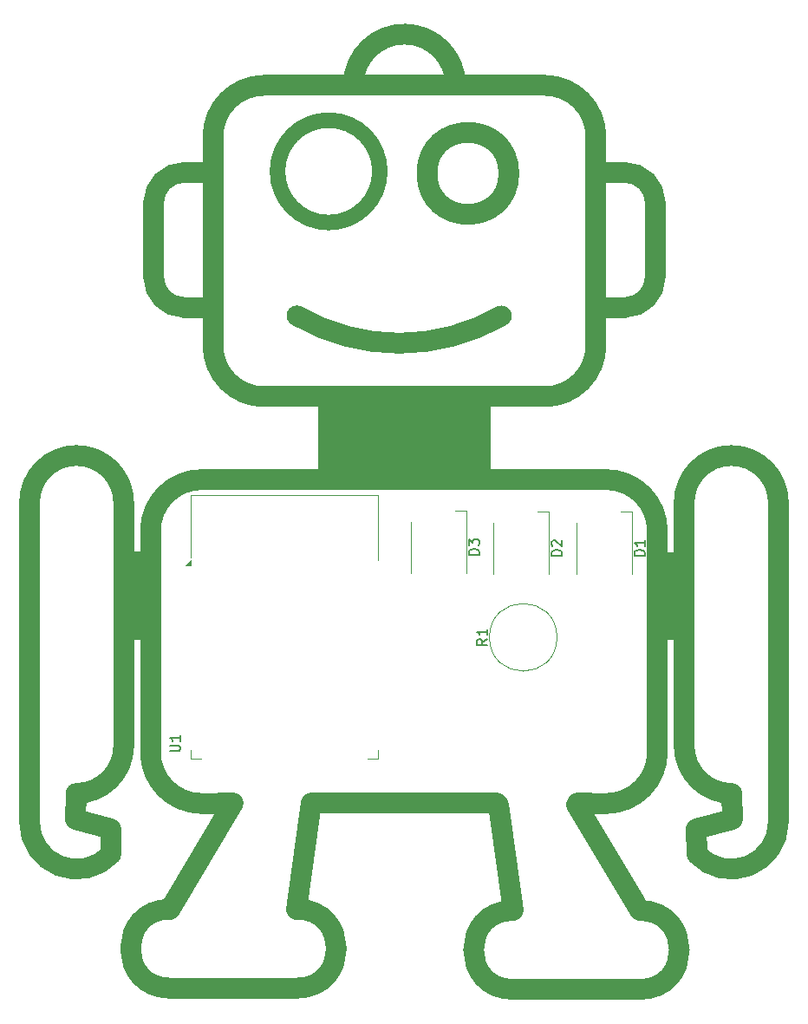
<source format=gbr>
%TF.GenerationSoftware,KiCad,Pcbnew,8.0.4*%
%TF.CreationDate,2024-07-25T02:22:49-04:00*%
%TF.ProjectId,esp32-mqtt-bot,65737033-322d-46d7-9174-742d626f742e,rev?*%
%TF.SameCoordinates,Original*%
%TF.FileFunction,Legend,Top*%
%TF.FilePolarity,Positive*%
%FSLAX46Y46*%
G04 Gerber Fmt 4.6, Leading zero omitted, Abs format (unit mm)*
G04 Created by KiCad (PCBNEW 8.0.4) date 2024-07-25 02:22:49*
%MOMM*%
%LPD*%
G01*
G04 APERTURE LIST*
%ADD10C,2.000000*%
%ADD11C,0.100000*%
%ADD12C,1.500000*%
%ADD13C,0.150000*%
%ADD14C,0.120000*%
G04 APERTURE END LIST*
D10*
X128600000Y-121600000D02*
X131400000Y-121625400D01*
X102600000Y-121600000D02*
X120700000Y-121600000D01*
X134700000Y-132074352D02*
G75*
G02*
X134700000Y-139776944I0J-3851296D01*
G01*
X128500000Y-121725648D02*
X134700000Y-132074352D01*
X120900000Y-121725648D02*
X122299936Y-132074360D01*
X122300000Y-139776944D02*
G75*
G02*
X122300000Y-132074352I0J3851296D01*
G01*
X122300000Y-139776944D02*
X134700000Y-139776944D01*
X95000000Y-121600000D02*
X91900000Y-121625376D01*
X88800000Y-139651296D02*
X101200000Y-139651296D01*
X88800000Y-139651296D02*
G75*
G02*
X88800000Y-131948704I0J3851296D01*
G01*
X101200000Y-131948704D02*
G75*
G02*
X101200000Y-139651296I0J-3851296D01*
G01*
X88800000Y-131948704D02*
X95000000Y-121600000D01*
X101200000Y-131948704D02*
X102600000Y-121600000D01*
D11*
X84200000Y-97050000D02*
X86600000Y-97050000D01*
X86600000Y-105550000D01*
X84200000Y-105550000D01*
X84200000Y-97050000D01*
G36*
X84200000Y-97050000D02*
G01*
X86600000Y-97050000D01*
X86600000Y-105550000D01*
X84200000Y-105550000D01*
X84200000Y-97050000D01*
G37*
X136500000Y-97100000D02*
X138900000Y-97100000D01*
X138900000Y-105600000D01*
X136500000Y-105600000D01*
X136500000Y-97100000D01*
G36*
X136500000Y-97100000D02*
G01*
X138900000Y-97100000D01*
X138900000Y-105600000D01*
X136500000Y-105600000D01*
X136500000Y-97100000D01*
G37*
D10*
X143718787Y-123143954D02*
X143671478Y-120644252D01*
X139018787Y-92243954D02*
G75*
G02*
X148218787Y-92243954I4600000J0D01*
G01*
X139018787Y-116043954D02*
X139018787Y-92243954D01*
X148218787Y-123443954D02*
X148218787Y-92243954D01*
X148218787Y-123443954D02*
G75*
G02*
X140269066Y-126596633I-4600001J0D01*
G01*
X143718787Y-123143954D02*
X140218787Y-124143954D01*
X143671478Y-120644252D02*
G75*
G02*
X139018786Y-116043954I1J4652991D01*
G01*
X140218804Y-124143954D02*
X140269067Y-126596632D01*
X83081213Y-124143955D02*
X79581213Y-123143955D01*
X75081213Y-92243955D02*
G75*
G02*
X84281213Y-92243955I4600000J0D01*
G01*
X79628522Y-120644253D02*
X79581213Y-123143955D01*
X84281213Y-116043955D02*
G75*
G02*
X79628522Y-120644252I-4652691J52692D01*
G01*
X75081213Y-92243955D02*
X75081213Y-123443955D01*
X83030933Y-126596633D02*
X83081196Y-124143955D01*
X84281213Y-92243955D02*
X84281213Y-116043955D01*
X83030933Y-126596633D02*
G75*
G02*
X75081213Y-123443955I-3349720J3152678D01*
G01*
D11*
X103300000Y-81900000D02*
X111650000Y-81900000D01*
X111650000Y-90100000D01*
X103300000Y-90100000D01*
X103300000Y-81900000D01*
G36*
X103300000Y-81900000D02*
G01*
X111650000Y-81900000D01*
X111650000Y-90100000D01*
X103300000Y-90100000D01*
X103300000Y-81900000D01*
G37*
X111650000Y-81900000D02*
X120000000Y-81900000D01*
X120000000Y-90100000D01*
X111650000Y-90100000D01*
X111650000Y-81900000D01*
G36*
X111650000Y-81900000D02*
G01*
X120000000Y-81900000D01*
X120000000Y-90100000D01*
X111650000Y-90100000D01*
X111650000Y-81900000D01*
G37*
D10*
X136400000Y-116625400D02*
G75*
G02*
X131400000Y-121625400I-5000000J0D01*
G01*
X86900000Y-116625400D02*
X86900000Y-95000000D01*
X131400000Y-90000000D02*
G75*
G02*
X136400000Y-95000000I0J-5000000D01*
G01*
X136400000Y-95000000D02*
X136400000Y-116625400D01*
X91900000Y-121625400D02*
G75*
G02*
X86900000Y-116625400I0J5000000D01*
G01*
X91900000Y-90000000D02*
X131400000Y-90000000D01*
X86900000Y-95000000D02*
G75*
G02*
X91900000Y-90000000I5000000J0D01*
G01*
X106700001Y-51400000D02*
G75*
G02*
X116700997Y-51500000I4999998J-99999D01*
G01*
X121900000Y-60100000D02*
G75*
G02*
X113900000Y-60100000I-4000000J0D01*
G01*
X113900000Y-60100000D02*
G75*
G02*
X121900000Y-60100000I4000000J0D01*
G01*
D12*
X109300000Y-59900000D02*
G75*
G02*
X99300000Y-59900000I-5000000J0D01*
G01*
X99300000Y-59900000D02*
G75*
G02*
X109300000Y-59900000I5000000J0D01*
G01*
D10*
X121177106Y-74013213D02*
G75*
G02*
X101200000Y-74000001I-9977107J17313214D01*
G01*
X93000000Y-76900000D02*
X93000000Y-56500000D01*
X90200000Y-73200000D02*
G75*
G02*
X87199999Y-70200000I1J3000002D01*
G01*
X130400000Y-60000000D02*
X133200000Y-60000000D01*
X133200000Y-73200000D02*
X130400000Y-73200000D01*
X93000000Y-73200000D02*
X90200000Y-73200000D01*
X87200000Y-63000000D02*
G75*
G02*
X90200000Y-60000000I3000001J-1D01*
G01*
X130400000Y-76900000D02*
X130400000Y-56500000D01*
X125350000Y-81900000D02*
X97950000Y-81900000D01*
X98000000Y-81900000D02*
G75*
G02*
X93000000Y-76900000I0J5000000D01*
G01*
X130400000Y-76900000D02*
G75*
G02*
X125400000Y-81900000I-5000000J0D01*
G01*
X136200000Y-70200000D02*
G75*
G02*
X133200000Y-73200000I-3000000J0D01*
G01*
X133200000Y-60000000D02*
G75*
G02*
X136200000Y-63000000I0J-3000000D01*
G01*
X98000000Y-51500000D02*
X125400000Y-51500000D01*
X90200000Y-60000000D02*
X93000000Y-60000000D01*
X125400000Y-51500000D02*
G75*
G02*
X130400000Y-56500000I0J-5000000D01*
G01*
X93000000Y-56500000D02*
G75*
G02*
X98000000Y-51500000I5000000J0D01*
G01*
X136200000Y-63000000D02*
X136200000Y-70200000D01*
X87200000Y-70200000D02*
X87200000Y-63000000D01*
D13*
X118991485Y-97338094D02*
X117991485Y-97338094D01*
X117991485Y-97338094D02*
X117991485Y-97099999D01*
X117991485Y-97099999D02*
X118039104Y-96957142D01*
X118039104Y-96957142D02*
X118134342Y-96861904D01*
X118134342Y-96861904D02*
X118229580Y-96814285D01*
X118229580Y-96814285D02*
X118420056Y-96766666D01*
X118420056Y-96766666D02*
X118562913Y-96766666D01*
X118562913Y-96766666D02*
X118753389Y-96814285D01*
X118753389Y-96814285D02*
X118848627Y-96861904D01*
X118848627Y-96861904D02*
X118943866Y-96957142D01*
X118943866Y-96957142D02*
X118991485Y-97099999D01*
X118991485Y-97099999D02*
X118991485Y-97338094D01*
X117991485Y-96433332D02*
X117991485Y-95814285D01*
X117991485Y-95814285D02*
X118372437Y-96147618D01*
X118372437Y-96147618D02*
X118372437Y-96004761D01*
X118372437Y-96004761D02*
X118420056Y-95909523D01*
X118420056Y-95909523D02*
X118467675Y-95861904D01*
X118467675Y-95861904D02*
X118562913Y-95814285D01*
X118562913Y-95814285D02*
X118801008Y-95814285D01*
X118801008Y-95814285D02*
X118896246Y-95861904D01*
X118896246Y-95861904D02*
X118943866Y-95909523D01*
X118943866Y-95909523D02*
X118991485Y-96004761D01*
X118991485Y-96004761D02*
X118991485Y-96290475D01*
X118991485Y-96290475D02*
X118943866Y-96385713D01*
X118943866Y-96385713D02*
X118896246Y-96433332D01*
X127073151Y-97438094D02*
X126073151Y-97438094D01*
X126073151Y-97438094D02*
X126073151Y-97199999D01*
X126073151Y-97199999D02*
X126120770Y-97057142D01*
X126120770Y-97057142D02*
X126216008Y-96961904D01*
X126216008Y-96961904D02*
X126311246Y-96914285D01*
X126311246Y-96914285D02*
X126501722Y-96866666D01*
X126501722Y-96866666D02*
X126644579Y-96866666D01*
X126644579Y-96866666D02*
X126835055Y-96914285D01*
X126835055Y-96914285D02*
X126930293Y-96961904D01*
X126930293Y-96961904D02*
X127025532Y-97057142D01*
X127025532Y-97057142D02*
X127073151Y-97199999D01*
X127073151Y-97199999D02*
X127073151Y-97438094D01*
X126168389Y-96485713D02*
X126120770Y-96438094D01*
X126120770Y-96438094D02*
X126073151Y-96342856D01*
X126073151Y-96342856D02*
X126073151Y-96104761D01*
X126073151Y-96104761D02*
X126120770Y-96009523D01*
X126120770Y-96009523D02*
X126168389Y-95961904D01*
X126168389Y-95961904D02*
X126263627Y-95914285D01*
X126263627Y-95914285D02*
X126358865Y-95914285D01*
X126358865Y-95914285D02*
X126501722Y-95961904D01*
X126501722Y-95961904D02*
X127073151Y-96533332D01*
X127073151Y-96533332D02*
X127073151Y-95914285D01*
X135154819Y-97438094D02*
X134154819Y-97438094D01*
X134154819Y-97438094D02*
X134154819Y-97199999D01*
X134154819Y-97199999D02*
X134202438Y-97057142D01*
X134202438Y-97057142D02*
X134297676Y-96961904D01*
X134297676Y-96961904D02*
X134392914Y-96914285D01*
X134392914Y-96914285D02*
X134583390Y-96866666D01*
X134583390Y-96866666D02*
X134726247Y-96866666D01*
X134726247Y-96866666D02*
X134916723Y-96914285D01*
X134916723Y-96914285D02*
X135011961Y-96961904D01*
X135011961Y-96961904D02*
X135107200Y-97057142D01*
X135107200Y-97057142D02*
X135154819Y-97199999D01*
X135154819Y-97199999D02*
X135154819Y-97438094D01*
X135154819Y-95914285D02*
X135154819Y-96485713D01*
X135154819Y-96199999D02*
X134154819Y-96199999D01*
X134154819Y-96199999D02*
X134297676Y-96295237D01*
X134297676Y-96295237D02*
X134392914Y-96390475D01*
X134392914Y-96390475D02*
X134440533Y-96485713D01*
X119754819Y-105566666D02*
X119278628Y-105899999D01*
X119754819Y-106138094D02*
X118754819Y-106138094D01*
X118754819Y-106138094D02*
X118754819Y-105757142D01*
X118754819Y-105757142D02*
X118802438Y-105661904D01*
X118802438Y-105661904D02*
X118850057Y-105614285D01*
X118850057Y-105614285D02*
X118945295Y-105566666D01*
X118945295Y-105566666D02*
X119088152Y-105566666D01*
X119088152Y-105566666D02*
X119183390Y-105614285D01*
X119183390Y-105614285D02*
X119231009Y-105661904D01*
X119231009Y-105661904D02*
X119278628Y-105757142D01*
X119278628Y-105757142D02*
X119278628Y-106138094D01*
X119754819Y-104614285D02*
X119754819Y-105185713D01*
X119754819Y-104899999D02*
X118754819Y-104899999D01*
X118754819Y-104899999D02*
X118897676Y-104995237D01*
X118897676Y-104995237D02*
X118992914Y-105090475D01*
X118992914Y-105090475D02*
X119040533Y-105185713D01*
X88799819Y-116526904D02*
X89609342Y-116526904D01*
X89609342Y-116526904D02*
X89704580Y-116479285D01*
X89704580Y-116479285D02*
X89752200Y-116431666D01*
X89752200Y-116431666D02*
X89799819Y-116336428D01*
X89799819Y-116336428D02*
X89799819Y-116145952D01*
X89799819Y-116145952D02*
X89752200Y-116050714D01*
X89752200Y-116050714D02*
X89704580Y-116003095D01*
X89704580Y-116003095D02*
X89609342Y-115955476D01*
X89609342Y-115955476D02*
X88799819Y-115955476D01*
X89799819Y-114955476D02*
X89799819Y-115526904D01*
X89799819Y-115241190D02*
X88799819Y-115241190D01*
X88799819Y-115241190D02*
X88942676Y-115336428D01*
X88942676Y-115336428D02*
X89037914Y-115431666D01*
X89037914Y-115431666D02*
X89085533Y-115526904D01*
D14*
%TO.C,D3*%
X117736666Y-93000000D02*
X117736666Y-99100000D01*
X116636666Y-93000000D02*
X117736666Y-93000000D01*
X112336666Y-99100000D02*
X112336666Y-94100000D01*
%TO.C,D2*%
X125818332Y-93100000D02*
X125818332Y-99200000D01*
X124718332Y-93100000D02*
X125818332Y-93100000D01*
X120418332Y-99200000D02*
X120418332Y-94200000D01*
%TO.C,D1*%
X133900000Y-93100000D02*
X133900000Y-99200000D01*
X132800000Y-93100000D02*
X133900000Y-93100000D01*
X128500000Y-99200000D02*
X128500000Y-94200000D01*
%TO.C,R1*%
X126601515Y-105400000D02*
G75*
G02*
X119998485Y-105400000I-3301515J0D01*
G01*
X119998485Y-105400000D02*
G75*
G02*
X126601515Y-105400000I3301515J0D01*
G01*
%TO.C,U1*%
X90835000Y-91475000D02*
X90835000Y-97635000D01*
X90835000Y-91475000D02*
X109075000Y-91475000D01*
X90835000Y-116435000D02*
X90835000Y-117215000D01*
X90835000Y-117215000D02*
X91835000Y-117215000D01*
X109075000Y-91475000D02*
X109075000Y-97890000D01*
X109075000Y-116435000D02*
X109075000Y-117215000D01*
X109075000Y-117215000D02*
X108075000Y-117215000D01*
X90830000Y-98360000D02*
X90330000Y-98360000D01*
X90830000Y-97860000D01*
X90830000Y-98360000D01*
G36*
X90830000Y-98360000D02*
G01*
X90330000Y-98360000D01*
X90830000Y-97860000D01*
X90830000Y-98360000D01*
G37*
%TD*%
M02*

</source>
